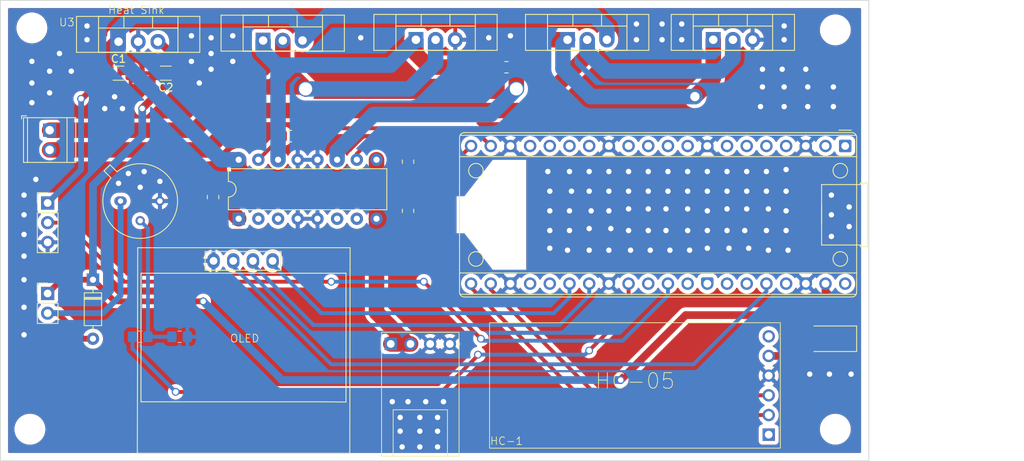
<source format=kicad_pcb>
(kicad_pcb (version 20221018) (generator pcbnew)
  (layers (0 "F.Cu" signal) (31 "B.Cu" signal) (34 "B.Paste" user) (35 "F.Paste" user) (36 "B.SilkS" user "B.Silkscreen") (37 "F.SilkS" user "F.Silkscreen") (38 "B.Mask" user) (39 "F.Mask" user) (44 "Edge.Cuts" user))
  (net 0 "")
  (net 1 "V_USB")
  (net 2 "GND")
  (net 3 "V_REG")
  (net 5 "/BLUE_RX")
  (net 6 "/BLUE_TX")
  (net 7 "/3.3V")
  (net 9 "/HBRG_OUT1")
  (net 10 "/HBRG_OUT2")
  (net 11 "/SDA")
  (net 12 "/HBRG_IN2")
  (net 13 "/HBRG_IN1")
  (net 14 "/FAN")
  (net 15 "Net-(D2-A)")
  (net 16 "/SCL")
  (net 17 "/MD_IN1")
  (net 18 "/MD_IN2")
  (net 19 "/BLOCK_ADC")
  (net 20 "Net-(D1-K)")
  (net 21 "Net-(U1-EN1,2)")
  (net 22 "Net-(U1-3A)")
  (net 23 "Net-(U1-4A)")
  (net 24 "Net-(U1-EN3,4)")
  (net 52 "Net-(Q6-B)")
  (footprint "MountingHole:MountingHole_3mm" (layer "F.Cu") (at 105.664 99.314)
    (fp_text reference "H3" hide)
    (fp_text value "MH3")
    (pad "" np_thru_hole circle (at 0 0) (size 3 3) (drill 3) (layers "*.Cu" "*.Mask"))
  )
  (footprint "Resistor_SMD:R_0805_2012Metric_Pad1.20x1.40mm_HandSolder" (layer "F.Cu") (at 129.286 69.342 -90)
    (fp_text reference "R1" hide)
    (fp_text value "10k")
    (pad "1" smd roundrect (at -1 0 270) (size 1.2 1.4) (layers "F.Cu" "F.Paste" "F.Mask") (roundrect_rratio 0.2083333333) (net 2 "GND"))
    (pad "2" smd roundrect (at 1 0 270) (size 1.2 1.4) (layers "F.Cu" "F.Paste" "F.Mask") (roundrect_rratio 0.2083333333) (net 21 "Net-(U1-EN1,2)"))
  )
  (footprint "Resistor_SMD:R_0805_2012Metric_Pad1.20x1.40mm_HandSolder" (layer "F.Cu") (at 154.432 64.77 90)
    (fp_text reference "R2" hide)
    (fp_text value "10k")
    (pad "1" smd roundrect (at -1 0 90) (size 1.2 1.4) (layers "F.Cu" "F.Paste" "F.Mask") (roundrect_rratio 0.2083333333) (net 18 "/MD_IN2"))
    (pad "2" smd roundrect (at 1 0 90) (size 1.2 1.4) (layers "F.Cu" "F.Paste" "F.Mask") (roundrect_rratio 0.2083333333) (net 22 "Net-(U1-3A)"))
  )
  (footprint "Package_TO_SOT_THT:TO-39-3" (layer "F.Cu") (at 117.348 69.85)
    (fp_text reference "Q6" hide)
    (fp_text value "BC547")
    (pad "1" thru_hole oval (at 0 0) (size 1.6 1.2) (drill 0.7) (layers "*.Cu" "*.Mask") (net 15 "Net-(D2-A)"))
    (pad "2" thru_hole oval (at 2.54 2.54) (size 1.2 1.2) (drill 0.7) (layers "*.Cu" "*.Mask") (net 52 "Net-(Q6-B)"))
    (pad "3" thru_hole oval (at 5.08 0) (size 1.2 1.2) (drill 0.7) (layers "*.Cu" "*.Mask") (net 2 "GND"))
  )
  (footprint "Package_DIP:DIP-16_W7.62mm" (layer "F.Cu") (at 132.588 72.136 90)
    (fp_text reference "U1" hide)
    (fp_text value "L293D")
    (pad "1" thru_hole rect (at 0 0 90) (size 1.6 1.6) (drill 0.8) (layers "*.Cu" "*.Mask") (net 21 "Net-(U1-EN1,2)"))
    (pad "2" thru_hole oval (at 0 2.54 90) (size 1.6 1.6) (drill 0.8) (layers "*.Cu" "*.Mask"))
    (pad "3" thru_hole oval (at 0 5.08 90) (size 1.6 1.6) (drill 0.8) (layers "*.Cu" "*.Mask"))
    (pad "4" thru_hole oval (at 0 7.62 90) (size 1.6 1.6) (drill 0.8) (layers "*.Cu" "*.Mask") (net 2 "GND"))
    (pad "5" thru_hole oval (at 0 10.16 90) (size 1.6 1.6) (drill 0.8) (layers "*.Cu" "*.Mask") (net 2 "GND"))
    (pad "6" thru_hole oval (at 0 12.7 90) (size 1.6 1.6) (drill 0.8) (layers "*.Cu" "*.Mask"))
    (pad "7" thru_hole oval (at 0 15.24 90) (size 1.6 1.6) (drill 0.8) (layers "*.Cu" "*.Mask"))
    (pad "8" thru_hole oval (at 0 17.78 90) (size 1.6 1.6) (drill 0.8) (layers "*.Cu" "*.Mask") (net 1 "V_USB"))
    (pad "9" thru_hole oval (at 7.62 17.78 90) (size 1.6 1.6) (drill 0.8) (layers "*.Cu" "*.Mask") (net 24 "Net-(U1-EN3,4)"))
    (pad "10" thru_hole oval (at 7.62 15.24 90) (size 1.6 1.6) (drill 0.8) (layers "*.Cu" "*.Mask") (net 22 "Net-(U1-3A)"))
    (pad "11" thru_hole oval (at 7.62 12.7 90) (size 1.6 1.6) (drill 0.8) (layers "*.Cu" "*.Mask") (net 12 "/HBRG_IN2"))
    (pad "12" thru_hole oval (at 7.62 10.16 90) (size 1.6 1.6) (drill 0.8) (layers "*.Cu" "*.Mask") (net 2 "GND"))
    (pad "13" thru_hole oval (at 7.62 7.62 90) (size 1.6 1.6) (drill 0.8) (layers "*.Cu" "*.Mask") (net 2 "GND"))
    (pad "14" thru_hole oval (at 7.62 5.08 90) (size 1.6 1.6) (drill 0.8) (layers "*.Cu" "*.Mask") (net 13 "/HBRG_IN1"))
    (pad "15" thru_hole oval (at 7.62 2.54 90) (size 1.6 1.6) (drill 0.8) (layers "*.Cu" "*.Mask") (net 23 "Net-(U1-4A)"))
    (pad "16" thru_hole oval (at 7.62 0 90) (size 1.6 1.6) (drill 0.8) (layers "*.Cu" "*.Mask") (net 1 "V_USB"))
  )
  (footprint "Custom_footprints:TO-223-HEAT-SINK-SPACE" (layer "F.Cu") (at 188.132 50.522)
    (fp_text reference "Q4" hide)
    (fp_text value "IRF540N" hide)
    (pad "1" thru_hole rect (at 5.67 -1.5) (size 1.905 2) (drill 1.1) (layers "*.Cu" "*.Mask") (net 12 "/HBRG_IN2"))
    (pad "2" thru_hole oval (at 8.21 -1.5) (size 1.905 2) (drill 1.1) (layers "*.Cu" "*.Mask") (net 10 "/HBRG_OUT2"))
    (pad "3" thru_hole oval (at 10.75 -1.5) (size 1.905 2) (drill 1.1) (layers "*.Cu" "*.Mask") (net 2 "GND"))
  )
  (footprint "MountingHole:MountingHole_3mm" (layer "F.Cu") (at 105.918 47.498)
    (fp_text reference "H4" hide)
    (fp_text value "MH4" hide)
    (pad "" np_thru_hole circle (at 0 0) (size 3 3) (drill 3) (layers "*.Cu" "*.Mask"))
  )
  (footprint "Diode_SMD:D_SMA" (layer "F.Cu") (at 208.788 87.63 180)
    (fp_text reference "D1" hide)
    (fp_text value "B160-E3")
    (pad "1" smd roundrect (at -2 0 180) (size 2.5 1.8) (layers "F.Cu" "F.Paste" "F.Mask") (roundrect_rratio 0.1388888889) (net 20 "Net-(D1-K)"))
    (pad "2" smd roundrect (at 2 0 180) (size 2.5 1.8) (layers "F.Cu" "F.Paste" "F.Mask") (roundrect_rratio 0.1388888889) (net 3 "V_REG"))
  )
  (footprint "Diode_THT:D_DO-35_SOD27_P7.62mm_Horizontal" (layer "F.Cu") (at 113.792 80.01 -90)
    (fp_text reference "D2" hide)
    (fp_text value "1N4148")
    (pad "1" thru_hole rect (at 0 0 270) (size 1.6 1.6) (drill 0.8) (layers "*.Cu" "*.Mask") (net 3 "V_REG"))
    (pad "2" thru_hole oval (at 7.62 0 270) (size 1.6 1.6) (drill 0.8) (layers "*.Cu" "*.Mask") (net 15 "Net-(D2-A)"))
  )
  (footprint "Resistor_SMD:R_0805_2012Metric_Pad1.20x1.40mm_HandSolder" (layer "F.Cu") (at 139.208 61.468 180)
    (fp_text reference "R3" hide)
    (fp_text value "10k")
    (pad "1" smd roundrect (at -1 0 180) (size 1.2 1.4) (layers "F.Cu" "F.Paste" "F.Mask") (roundrect_rratio 0.2083333333) (net 17 "/MD_IN1"))
    (pad "2" smd roundrect (at 1 0 180) (size 1.2 1.4) (layers "F.Cu" "F.Paste" "F.Mask") (roundrect_rratio 0.2083333333) (net 23 "Net-(U1-4A)"))
  )
  (footprint "Capacitor_SMD:C_1206_3216Metric_Pad1.33x1.80mm_HandSolder" (layer "F.Cu") (at 117.094 53.34)
    (fp_text reference "C1" (at 0 -1.85) (layer "F.SilkS"))
    (fp_text value "0.33uF")
    (pad "1" smd roundrect (at -1.5625 0) (size 1.325 1.8) (layers "F.Cu" "F.Paste" "F.Mask") (roundrect_rratio 0.188679) (net 1 "V_USB"))
    (pad "2" smd roundrect (at 1.5625 0) (size 1.325 1.8) (layers "F.Cu" "F.Paste" "F.Mask") (roundrect_rratio 0.188679) (net 2 "GND"))
  )
  (footprint "Custom_footprints:TO-223-HEAT-SINK-SPACE" (layer "F.Cu") (at 111.424 50.776)
    (fp_text reference "U3" (at -1 -4 unlocked) (layer "F.SilkS") (effects (font (thickness 0.1))))
    (fp_text value "L7805")
    (fp_text user "Heat Sink" (at 4.25 -5 unlocked) (layer "F.SilkS") (effects (font (thickness 0.1)) (justify left bottom)))
    (pad "1" thru_hole rect (at 5.67 -1.5) (size 1.905 2) (drill 1.1) (layers "*.Cu" "*.Mask") (net 1 "V_USB"))
    (pad "2" thru_hole oval (at 8.21 -1.5) (size 1.905 2) (drill 1.1) (layers "*.Cu" "*.Mask") (net 2 "GND"))
    (pad "3" thru_hole oval (at 10.75 -1.5) (size 1.905 2) (drill 1.1) (layers "*.Cu" "*.Mask") (net 3 "V_REG"))
  )
  (footprint "MountingHole:MountingHole_3mm" (layer "F.Cu") (at 209.55 47.752)
    (fp_text reference "H1" hide)
    (fp_text value "MH1")
    (pad "" np_thru_hole circle (at 0 0) (size 3 3) (drill 3) (layers "*.Cu" "*.Mask"))
  )
  (footprint "Capacitor_SMD:C_1206_3216Metric_Pad1.33x1.80mm_HandSolder" (layer "F.Cu") (at 123.19 53.34 180)
    (fp_text reference "C2" (at 0 -1.85) (layer "F.SilkS"))
    (fp_text value "0.1uF")
    (pad "1" smd roundrect (at -1.5625 0 180) (size 1.325 1.8) (layers "F.Cu" "F.Paste" "F.Mask") (roundrect_rratio 0.188679) (net 3 "V_REG"))
    (pad "2" smd roundrect (at 1.5625 0 180) (size 1.325 1.8) (layers "F.Cu" "F.Paste" "F.Mask") (roundrect_rratio 0.188679) (net 2 "GND"))
  )
  (footprint "Custom_footprints:SSD1306_I2C" (layer "F.Cu") (at 119.416 102.179)
    (fp_text reference "U4" hide)
    (fp_text value "~" hide)
    (fp_text user "OLED" (at 12 -14 unlocked) (layer "F.SilkS") (effects (font (thickness 0.1)) (justify left bottom)))
    (pad "1" thru_hole oval (at 9.93 -24.6 90) (size 2 1.6) (drill 1) (layers "*.Cu" "*.Mask") (net 2 "GND"))
    (pad "2" thru_hole oval (at 12.47 -24.6 90) (size 2 1.6) (drill 1) (layers "*.Cu" "*.Mask") (net 7 "/3.3V"))
    (pad "3" thru_hole oval (at 15.01 -24.6 90) (size 2 1.6) (drill 1) (layers "*.Cu" "*.Mask") (net 16 "/SCL"))
    (pad "4" thru_hole oval (at 17.55 -24.6 90) (size 2 1.6) (drill 1) (layers "*.Cu" "*.Mask") (net 11 "/SDA"))
  )
  (footprint "TerminalBlock_TE-Connectivity:TerminalBlock_TE_282834-2_1x02_P2.54mm_Horizontal" (layer "F.Cu") (at 108.204 60.706 -90)
    (fp_text reference "J1" hide)
    (fp_text value "PELTIER")
    (pad "1" thru_hole rect (at 0 0 270) (size 1.7 1.7) (drill 1.1) (layers "*.Cu" "*.Mask") (net 9 "/HBRG_OUT1"))
    (pad "2" thru_hole circle (at 2.54 0 270) (size 1.7 1.7) (drill 1.1) (layers "*.Cu" "*.Mask") (net 10 "/HBRG_OUT2"))
  )
  (footprint "Connector_PinHeader_2.54mm:PinHeader_1x03_P2.54mm_Vertical" (layer "F.Cu") (at 107.95 70.104)
    (fp_text reference "J2" hide)
    (fp_text value "BLOCK")
    (pad "1" thru_hole rect (at 0 0) (size 1.7 1.7) (drill 1) (layers "*.Cu" "*.Mask") (net 1 "V_USB"))
    (pad "2" thru_hole oval (at 0 2.54) (size 1.7 1.7) (drill 1) (layers "*.Cu" "*.Mask") (net 19 "/BLOCK_ADC"))
    (pad "3" thru_hole oval (at 0 5.08) (size 1.7 1.7) (drill 1) (layers "*.Cu" "*.Mask") (net 2 "GND"))
  )
  (footprint "MountingHole:MountingHole_3mm" (layer "F.Cu") (at 209.55 99.314)
    (fp_text reference "H2" hide)
    (fp_text value "MH2")
    (pad "" np_thru_hole circle (at 0 0) (size 3 3) (drill 3) (layers "*.Cu" "*.Mask"))
  )
  (footprint "Custom_footprints:USB_PD" (layer "F.Cu") (at 151.0185 86.8045 -90)
    (fp_text reference "J3" hide)
    (fp_text value "USB_PD")
    (pad "1" thru_hole rect (at 1.5 -1.19 270) (size 1.6 1.6) (drill 1) (layers "*.Cu" "*.Mask") (net 1 "V_USB"))
    (pad "2" thru_hole circle (at 1.5 -3.73 270) (size 1.6 1.6) (drill 1) (layers "*.Cu" "*.Mask") (net 1 "V_USB"))
    (pad "3" thru_hole circle (at 1.5 -6.27 270) (size 1.6 1.6) (drill 1) (layers "*.Cu" "*.Mask") (net 2 "GND"))
    (pad "4" thru_hole circle (at 1.5 -8.81 270) (size 1.6 1.6) (drill 1) (layers "*.Cu" "*.Mask") (net 2 "GND"))
  )
  (footprint "Custom_footprints:TO-223-HEAT-SINK-SPACE" (layer "F.Cu") (at 130.0715 50.6235)
    (fp_text reference "Q1" hide)
    (fp_text value "IRF9540N")
    (pad "1" thru_hole rect (at 5.67 -1.5) (size 1.905 2) (drill 1.1) (layers "*.Cu" "*.Mask") (net 13 "/HBRG_IN1"))
    (pad "2" thru_hole oval (at 8.21 -1.5) (size 1.905 2) (drill 1.1) (layers "*.Cu" "*.Mask") (net 9 "/HBRG_OUT1"))
    (pad "3" thru_hole oval (at 10.75 -1.5) (size 1.905 2) (drill 1.1) (layers "*.Cu" "*.Mask") (net 1 "V_USB"))
  )
  (footprint "Connector_PinHeader_2.54mm:PinHeader_1x02_P2.54mm_Vertical" (layer "F.Cu") (at 107.95 81.788)
    (fp_text reference "J4" hide)
    (fp_text value "FAN")
    (pad "1" thru_hole rect (at 0 0) (size 1.7 1.7) (drill 1) (layers "*.Cu" "*.Mask") (net 3 "V_REG"))
    (pad "2" thru_hole oval (at 0 2.54) (size 1.7 1.7) (drill 1) (layers "*.Cu" "*.Mask") (net 15 "Net-(D2-A)"))
  )
  (footprint "Custom_footprints:HC-05" (layer "F.Cu") (at 164.9545 101.7635)
    (fp_text reference "HC-1" (at 2.1775 -0.9255 unlocked) (layer "F.SilkS") (effects (font (thickness 0.1))))
    (fp_text value "~")
    (fp_text user "HC-05" (at 13.5 -7.5 unlocked) (layer "F.SilkS") (effects (font (size 2 2) (thickness 0.1)) (justify left bottom)))
    (pad "1" thru_hole rect (at 36 -1.75) (size 1.6 1.6) (drill 1) (layers "*.Cu" "*.Mask"))
    (pad "2" thru_hole circle (at 36 -4.28) (size 1.6 1.6) (drill 1) (layers "*.Cu" "*.Mask") (net 5 "/BLUE_RX"))
    (pad "3" thru_hole circle (at 36 -6.83) (size 1.6 1.6) (drill 1) (layers "*.Cu" "*.Mask") (net 6 "/BLUE_TX"))
    (pad "4" thru_hole circle (at 36 -9.37) (size 1.6 1.6) (drill 1) (layers "*.Cu" "*.Mask") (net 2 "GND"))
    (pad "5" thru_hole circle (at 36 -11.91) (size 1.6 1.6) (drill 1) (layers "*.Cu" "*.Mask") (net 3 "V_REG"))
    (pad "6" thru_hole circle (at 36 -14.45) (size 1.6 1.6) (drill 1) (layers "*.Cu" "*.Mask"))
  )
  (footprint "Resistor_SMD:R_0805_2012Metric_Pad1.20x1.40mm_HandSolder" (layer "F.Cu") (at 154.432 71.12 90)
    (fp_text reference "R4" hide)
    (fp_text value "10k")
    (pad "1" smd roundrect (at -1 0 90) (size 1.2 1.4) (layers "F.Cu" "F.Paste" "F.Mask") (roundrect_rratio 0.2083333333) (net 1 "V_USB"))
    (pad "2" smd roundrect (at 1 0 90) (size 1.2 1.4) (layers "F.Cu" "F.Paste" "F.Mask") (roundrect_rratio 0.2083333333) (net 24 "Net-(U1-EN3,4)"))
  )
  (footprint "Custom_footprints:TO-223-HEAT-SINK-SPACE" (layer "F.Cu") (at 169.336 50.522)
    (fp_text reference "Q3" hide)
    (fp_text value "IRF9540N")
    (pad "1" thru_hole rect (at 5.67 -1.5) (size 1.905 2) (drill 1.1) (layers "*.Cu" "*.Mask") (net 12 "/HBRG_IN2"))
    (pad "2" thru_hole oval (at 8.21 -1.5) (size 1.905 2) (drill 1.1) (layers "*.Cu" "*.Mask") (net 10 "/HBRG_OUT2"))
    (pad "3" thru_hole oval (at 10.75 -1.5) (size 1.905 2) (drill 1.1) (layers "*.Cu" "*.Mask") (net 1 "V_USB"))
  )
  (footprint "Custom_footprints:TO-223-HEAT-SINK-SPACE" (layer "F.Cu") (at 149.778 50.522)
    (fp_text reference "Q2" hide)
    (fp_text value "IRF540N")
    (pad "1" thru_hole rect (at 5.67 -1.5) (size 1.905 2) (drill 1.1) (layers "*.Cu" "*.Mask") (net 13 "/HBRG_IN1"))
    (pad "2" thru_hole oval (at 8.21 -1.5) (size 1.905 2) (drill 1.1) (layers "*.Cu" "*.Mask") (net 9 "/HBRG_OUT1"))
    (pad "3" thru_hole oval (at 10.75 -1.5) (size 1.905 2) (drill 1.1) (layers "*.Cu" "*.Mask") (net 2 "GND"))
  )
  (footprint "Module_RaspberryPi_Pico:RaspberryPi_Pico_Common_THT" (layer "F.Cu") (at 186.69 71.628 -90)
    (fp_text reference "U2" hide)
    (fp_text value "RaspberryPi_Pico")
    (pad "1" thru_hole roundrect (at -8.89 -24.13 270) (size 1.6 1.6) (drill 1) (layers "*.Mask" "F.Cu" "In1.Cu" "B.Cu") (roundrect_rratio 0.125))
    (pad "2" thru_hole circle (at -8.89 -21.59 270) (size 1.6 1.6) (drill 1) (layers "*.Mask" "F.Cu" "In1.Cu" "B.Cu"))
    (pad "3" thru_hole custom (at -8.89 -19.05 270) (size 1.6 1.6) (drill 1) (layers "*.Mask" "F.Cu" "In1.Cu" "B.Cu") (net 2 "GND") (options (clearance outline) (anchor circle)) (primitives (gr_poly (pts (xy 0.8 0.6) (xy 0.8 -0.6) (xy 0.6 -0.8) (xy 0 -0.8) (xy 0 0.8) (xy 0.6 0.8)) (width 0) (fill yes)) (gr_circle (center 0.6 0.6) (end 0.8 0.6) (width 0) (fill yes)) (gr_circle (center 0.6 -0.6) (end 0.8 -0.6) (width 0) (fill yes))))
    (pad "4" thru_hole circle (at -8.89 -16.51 270) (size 1.6 1.6) (drill 1) (layers "*.Mask" "F.Cu" "In1.Cu" "B.Cu"))
    (pad "5" thru_hole circle (at -8.89 -13.97 270) (size 1.6 1.6) (drill 1) (layers "*.Mask" "F.Cu" "In1.Cu" "B.Cu"))
    (pad "6" thru_hole circle (at -8.89 -11.43 270) (size 1.6 1.6) (drill 1) (layers "*.Mask" "F.Cu" "In1.Cu" "B.Cu"))
    (pad "7" thru_hole circle (at -8.89 -8.89 270) (size 1.6 1.6) (drill 1) (layers "*.Mask" "F.Cu" "In1.Cu" "B.Cu"))
    (pad "8" thru_hole custom (at -8.89 -6.35 270) (size 1.6 1.6) (drill 1) (layers "*.Mask" "F.Cu" "In1.Cu" "B.Cu") (net 2 "GND") (options (clearance outline) (anchor circle)) (primitives (gr_poly (pts (xy 0.8 0.6) (xy 0.8 -0.6) (xy 0.6 -0.8) (xy 0 -0.8) (xy 0 0.8) (xy 0.6 0.8)) (width 0) (fill yes)) (gr_circle (center 0.6 0.6) (end 0.8 0.6) (width 0) (fill yes)) (gr_circle (center 0.6 -0.6) (end 0.8 -0.6) (width 0) (fill yes))))
    (pad "9" thru_hole circle (at -8.89 -3.81 270) (size 1.6 1.6) (drill 1) (layers "*.Mask" "F.Cu" "In1.Cu" "B.Cu"))
    (pad "10" thru_hole circle (at -8.89 -1.27 270) (size 1.6 1.6) (drill 1) (layers "*.Mask" "F.Cu" "In1.Cu" "B.Cu"))
    (pad "11" thru_hole circle (at -8.89 1.27 270) (size 1.6 1.6) (drill 1) (layers "*.Mask" "F.Cu" "In1.Cu" "B.Cu"))
    (pad "12" thru_hole circle (at -8.89 3.81 270) (size 1.6 1.6) (drill 1) (layers "*.Mask" "F.Cu" "In1.Cu" "B.Cu"))
    (pad "13" thru_hole custom (at -8.89 6.35 270) (size 1.6 1.6) (drill 1) (layers "*.Mask" "F.Cu" "In1.Cu" "B.Cu") (net 2 "GND") (options (clearance outline) (anchor circle)) (primitives (gr_poly (pts (xy 0.8 0.6) (xy 0.8 -0.6) (xy 0.6 -0.8) (xy 0 -0.8) (xy 0 0.8) (xy 0.6 0.8)) (width 0) (fill yes)) (gr_circle (center 0.6 0.6) (end 0.8 0.6) (width 0) (fill yes)) (gr_circle (center 0.6 -0.6) (end 0.8 -0.6) (width 0) (fill yes))))
    (pad "14" thru_hole circle (at -8.89 8.89 270) (size 1.6 1.6) (drill 1) (layers "*.Mask" "F.Cu" "In1.Cu" "B.Cu"))
    (pad "15" thru_hole circle (at -8.89 11.43 270) (size 1.6 1.6) (drill 1) (layers "*.Mask" "F.Cu" "In1.Cu" "B.Cu"))
    (pad "16" thru_hole circle (at -8.89 13.97 270) (size 1.6 1.6) (drill 1) (layers "*.Mask" "F.Cu" "In1.Cu" "B.Cu"))
    (pad "17" thru_hole circle (at -8.89 16.51 270) (size 1.6 1.6) (drill 1) (layers "*.Mask" "F.Cu" "In1.Cu" "B.Cu"))
    (pad "18" thru_hole custom (at -8.89 19.05 270) (size 1.6 1.6) (drill 1) (layers "*.Mask" "F.Cu" "In1.Cu" "B.Cu") (net 2 "GND") (options (clearance outline) (anchor circle)) (primitives (gr_poly (pts (xy 0.8 0.6) (xy 0.8 -0.6) (xy 0.6 -0.8) (xy 0 -0.8) (xy 0 0.8) (xy 0.6 0.8)) (width 0) (fill yes)) (gr_circle (center 0.6 0.6) (end 0.8 0.6) (width 0) (fill yes)) (gr_circle (center 0.6 -0.6) (end 0.8 -0.6) (width 0) (fill yes))))
    (pad "19" thru_hole circle (at -8.89 21.59 270) (size 1.6 1.6) (drill 1) (layers "*.Mask" "F.Cu" "In1.Cu" "B.Cu") (net 17 "/MD_IN1"))
    (pad "20" thru_hole circle (at -8.89 24.13 270) (size 1.6 1.6) (drill 1) (layers "*.Mask" "F.Cu" "In1.Cu" "B.Cu") (net 18 "/MD_IN2"))
    (pad "21" thru_hole circle (at 8.89 24.13 270) (size 1.6 1.6) (drill 1) (layers "*.Mask" "F.Cu" "In1.Cu" "B.Cu") (net 5 "/BLUE_RX"))
    (pad "22" thru_hole circle (at 8.89 21.59 270) (size 1.6 1.6) (drill 1) (layers "*.Mask" "F.Cu" "In1.Cu" "B.Cu") (net 6 "/BLUE_TX"))
    (pad "23" thru_hole custom (at 8.89 19.05 270) (size 1.6 1.6) (drill 1) (layers "*.Mask" "F.Cu" "In1.Cu" "B.Cu") (net 2 "GND") (options (clearance outline) (anchor circle)) (primitives (gr_poly (pts (xy -0.8 0.6) (xy -0.8 -0.6) (xy -0.6 -0.8) (xy 0 -0.8) (xy 0 0.8) (xy -0.6 0.8)) (width 0) (fill yes)) (gr_circle (center -0.6 0.6) (end -0.4 0.6) (width 0) (fill yes)) (gr_circle (center -0.6 -0.6) (end -0.4 -0.6) (width 0) (fill yes))))
    (pad "24" thru_hole circle (at 8.89 16.51 270) (size 1.6 1.6) (drill 1) (layers "*.Mask" "F.Cu" "In1.Cu" "B.Cu"))
    (pad "25" thru_hole circle (at 8.89 13.97 270) (size 1.6 1.6) (drill 1) (layers "*.Mask" "F.Cu" "In1.Cu" "B.Cu"))
    (pad "26" thru_hole circle (at 8.89 11.43 270) (size 1.6 1.6) (drill 1) (layers "*.Mask" "F.Cu" "In1.Cu" "B.Cu") (net 11 "/SDA"))
    (pad "27" thru_hole circle (at 8.89 8.89 270) (size 1.6 1.6) (drill 1) (layers "*.Mask" "F.Cu" "In1.Cu" "B.Cu") (net 16 "/SCL"))
    (pad "28" thru_hole custom (at 8.89 6.35 270) (size 1.6 1.6) (drill 1) (layers "*.Mask" "F.Cu" "In1.Cu" "B.Cu") (net 2 "GND") (options (clearance outline) (anchor circle)) (primitives (gr_poly (pts (xy -0.8 0.6) (xy -0.8 -0.6) (xy -0.6 -0.8) (xy 0 -0.8) (xy 0 0.8) (xy -0.6 0.8)) (width 0) (fill yes)) (gr_circle (center -0.6 0.6) (end -0.4 0.6) (width 0) (fill yes)) (gr_circle (center -0.6 -0.6) (end -0.4 -0.6) (width 0) (fill yes))))
    (pad "29" thru_hole circle (at 8.89 3.81 270) (size 1.6 1.6) (drill 1) (layers "*.Mask" "F.Cu" "In1.Cu" "B.Cu") (net 14 "/FAN"))
    (pad "30" thru_hole circle (at 8.89 1.27 270) (size 1.6 1.6) (drill 1) (layers "*.Mask" "F.Cu" "In1.Cu" "B.Cu"))
    (pad "31" thru_hole circle (at 8.89 -1.27 270) (size 1.6 1.6) (drill 1) (layers "*.Mask" "F.Cu" "In1.Cu" "B.Cu") (net 19 "/BLOCK_ADC"))
    (pad "32" thru_hole circle (at 8.89 -3.81 270) (size 1.6 1.6) (drill 1) (layers "*.Mask" "F.Cu" "In1.Cu" "B.Cu"))
    (pad "33" thru_hole custom (at 8.89 -6.35 270) (size 1.6 1.6) (drill 1) (layers "*.Mask" "F.Cu" "In1.Cu" "B.Cu") (options (clearance outline) (anchor circle)) (primitives (gr_poly (pts (xy -0.8 0.6) (xy -0.8 -0.6) (xy -0.6 -0.8) (xy 0 -0.8) (xy 0 0.8) (xy -0.6 0.8)) (width 0) (fill yes)) (gr_circle (center -0.6 0.6) (end -0.4 0.6) (width 0) (fill yes)) (gr_circle (center -0.6 -0.6) (end -0.4 -0.6) (width 0) (fill yes))))
    (pad "34" thru_hole circle (at 8.89 -8.89 270) (size 1.6 1.6) (drill 1) (layers "*.Mask" "F.Cu" "In1.Cu" "B.Cu"))
    (pad "35" thru_hole circle (at 8.89 -11.43 270) (size 1.6 1.6) (drill 1) (layers "*.Mask" "F.Cu" "In1.Cu" "B.Cu"))
    (pad "36" thru_hole circle (at 8.89 -13.97 270) (size 1.6 1.6) (drill 1) (layers "*.Mask" "F.Cu" "In1.Cu" "B.Cu") (net 7 "/3.3V"))
    (pad "37" thru_hole circle (at 8.89 -16.51 270) (size 1.6 1.6) (drill 1) (layers "*.Mask" "F.Cu" "In1.Cu" "B.Cu"))
    (pad "38" thru_hole custom (at 8.89 -19.05 270) (size 1.6 1.6) (drill 1) (layers "*.Mask" "F.Cu" "In1.Cu" "B.Cu") (net 2 "GND") (options (clearance outline) (anchor circle)) (primitives (gr_poly (pts (xy -0.8 0.6) (xy -0.8 -0.6) (xy -0.6 -0.8) (xy 0 -0.8) (xy 0 0.8) (xy -0.6 0.8)) (width 0) (fill yes)) (gr_circle (center -0.6 0.6) (end -0.4 0.6) (width 0) (fill yes)) (gr_circle (center -0.6 -0.6) (end -0.4 -0.6) (width 0) (fill yes))))
    (pad "39" thru_hole circle (at 8.89 -21.59 270) (size 1.6 1.6) (drill 1) (layers "*.Mask" "F.Cu" "In1.Cu" "B.Cu") (net 20 "Net-(D1-K)"))
    (pad "40" thru_hole circle (at 8.89 -24.13 270) (size 1.6 1.6) (drill 1) (layers "*.Mask" "F.Cu" "In1.Cu" "B.Cu"))
    (zone (net 0) (net_name "") (layers "*.Cu" "*.Paste") (name "Antenna Copper Keep Out") (connect_pads (clearance 0)) (min_thickness 0.254)
      (keepout (tracks not_allowed) (vias not_allowed) (pads not_allowed) (copperpour not_allowed) (footprints allowed))
      (fill (thermal_gap 0.508) (thermal_bridge_width 0.508))
      (polygon (pts (xy 161.700105 69.228) (xy 165.350105 64.528) (xy 169.69 64.528) (xy 169.69 78.728) (xy 165.350105 78.728) (xy 161.700105 74.028) (xy 160.69 74.028) (xy 160.69 69.228)))
    )
  )
  (footprint "Resistor_SMD:R_0805_2012Metric_Pad1.20x1.40mm_HandSolder" (layer "F.Cu") (at 167.132 52.578)
    (fp_text reference "R5" hide)
    (fp_text value "10k")
    (pad "1" smd roundrect (at -1 0) (size 1.2 1.4) (layers "F.Cu" "F.Paste" "F.Mask") (roundrect_rratio 0.2083333333) (net 13 "/HBRG_IN1"))
    (pad "2" smd roundrect (at 1 0) (size 1.2 1.4) (layers "F.Cu" "F.Paste" "F.Mask") (roundrect_rratio 0.2083333333) (net 12 "/HBRG_IN2"))
  )
  (footprint "Resistor_SMD:R_0805_2012Metric_Pad1.20x1.40mm_HandSolder" (layer "B.Cu") (at 119.888 87.376)
    (fp_text reference "R6" hide)
    (fp_text value "R")
    (pad "1" smd roundrect (at -1 0) (size 1.2 1.4) (layers "B.Cu" "B.Paste" "B.Mask") (roundrect_rratio 0.2083333333) (net 14 "/FAN"))
    (pad "2" smd roundrect (at 1 0) (size 1.2 1.4) (layers "B.Cu" "B.Paste" "B.Mask") (roundrect_rratio 0.2083333333) (net 52 "Net-(Q6-B)"))
  )
  (footprint "Resistor_SMD:R_0805_2012Metric_Pad1.20x1.40mm_HandSolder" (layer "B.Cu") (at 124.968 87.376 180)
    (fp_text reference "R7" hide)
    (fp_text value "R")
    (pad "1" smd roundrect (at -1 0 180) (size 1.2 1.4) (layers "B.Cu" "B.Paste" "B.Mask") (roundrect_rratio 0.2083333333) (net 2 "GND"))
    (pad "2" smd roundrect (at 1 0 180) (size 1.2 1.4) (layers "B.Cu" "B.Paste" "B.Mask") (roundrect_rratio 0.2083333333) (net 52 "Net-(Q6-B)"))
  )
  (gr_rect (start 101.854 43.942) (end 213.868 103.378) (stroke (width 0.1)) (fill none) (layer "Edge.Cuts"))
  (segment (start 147.68937 68.326) (end 135.26663 68.326) (width 2) (layer "F.Cu") (net 1))
  (segment (start 154.7485 88.3045) (end 152.2085 88.3045) (width 2) (layer "F.Cu") (net 1))
  (segment (start 150.452 74.168) (end 152.146 72.474) (width 2) (layer "F.Cu") (net 1))
  (segment (start 150.368 84.253) (end 150.368 74.168) (width 2) (layer "F.Cu") (net 1))
  (segment (start 152.146 72.474) (end 151.83737 72.474) (width 2) (layer "F.Cu") (net 1))
  (segment (start 152.146 72.474) (end 154.432 72.474) (width 2) (layer "F.Cu") (net 1))
  (segment (start 135.26663 68.326) (end 132.588 65.64737) (width 2) (layer "F.Cu") (net 1))
  (segment (start 150.368 74.168) (end 150.452 74.168) (width 2) (layer "F.Cu") (net 1))
  (segment (start 132.588 65.64737) (end 132.588 64.516) (width 2) (layer "F.Cu") (net 1))
  (segment (start 150.706 72.474) (end 152.146 72.474) (width 2) (layer "F.Cu") (net 1))
  (segment (start 150.368 72.136) (end 150.368 71.00463) (width 2) (layer "F.Cu") (net 1))
  (segment (start 154.7485 88.3045) (end 154.4195 88.3045) (width 2) (layer "F.Cu") (net 1))
  (segment (start 117.012 49.252) (end 115.4495 50.8145) (width 2) (layer "F.Cu") (net 1))
  (segment (start 150.368 74.168) (end 150.368 72.136) (width 2) (layer "F.Cu") (net 1))
  (segment (start 115.4495 50.8145) (end 115.4495 53.57) (width 2) (layer "F.Cu") (net 1))
  (segment (start 150.368 72.136) (end 150.706 72.474) (width 2) (layer "F.Cu") (net 1))
  (segment (start 154.4195 88.3045) (end 150.368 84.253) (width 2) (layer "F.Cu") (net 1))
  (segment (start 151.83737 72.474) (end 150.368 71.00463) (width 2) (layer "F.Cu") (net 1))
  (segment (start 112.3775 56.642) (end 115.4495 53.57) (width 0.75) (layer "F.Cu") (net 1))
  (segment (start 112.268 56.642) (end 112.3775 56.642) (width 0.75) (layer "F.Cu") (net 1))
  (segment (start 150.368 71.00463) (end 147.68937 68.326) (width 2) (layer "F.Cu") (net 1))
  (via (at 112.268 56.642) (size 1) (drill 0.7) (layers "F.Cu" "B.Cu") (net 1))
  (segment (start 117.012 51.226) (end 117.012 49.252) (width 2) (layer "B.Cu") (net 1))
  (segment (start 140.126 46.712) (end 140.8215 47.4075) (width 2) (layer "B.Cu") (net 1))
  (segment (start 180.086 47.556) (end 178.472 45.942) (width 2) (layer "B.Cu") (net 1))
  (segment (start 140.8215 49.1235) (end 140.8215 48.5565) (width 1) (layer "B.Cu") (net 1))
  (segment (start 132.588 64.516) (end 130.302 64.516) (width 2) (layer "B.Cu") (net 1))
  (segment (start 112.268 65.786) (end 107.95 70.104) (width 0.75) (layer "B.Cu") (net 1))
  (segment (start 144.003 45.942) (end 142.5975 47.3475) (width 2) (layer "B.Cu") (net 1))
  (segment (start 140.126 46.712) (end 140.1555 46.7415) (width 2) (layer "B.Cu") (net 1))
  (segment (start 117.012 47.875071) (end 118.937071 45.95) (width 2) (layer "B.Cu") (net 1))
  (segment (start 130.302 64.516) (end 117.012 51.226) (width 2) (layer "B.Cu") (net 1))
  (segment (start 142.5975 47.3475) (end 140.8215 49.1235) (width 2) (layer "B.Cu") (net 1))
  (segment (start 117.012 49.252) (end 117.012 47.875071) (width 2) (layer "B.Cu") (net 1))
  (segment (start 112.268 56.642) (end 112.268 65.786) (width 0.75) (layer "B.Cu") (net 1))
  (segment (start 140.8215 47.4075) (end 142.5375 47.4075) (width 2) (layer "B.Cu") (net 1))
  (segment (start 178.472 45.942) (end 144.003 45.942) (width 2) (layer "B.Cu") (net 1))
  (segment (start 139.364 45.95) (end 140.126 46.712) (width 2) (layer "B.Cu") (net 1))
  (segment (start 180.086 49.022) (end 180.086 47.556) (width 2) (layer "B.Cu") (net 1))
  (segment (start 142.5375 47.4075) (end 142.5975 47.3475) (width 2) (layer "B.Cu") (net 1))
  (segment (start 118.937071 45.95) (end 139.364 45.95) (width 2) (layer "B.Cu") (net 1))
  (segment (start 140.8215 47.4075) (end 140.8215 49.1235) (width 2) (layer "B.Cu") (net 1))
  (via (at 159.004 95.758) (size 1) (drill 0.7) (layers "F.Cu" "B.Cu") (net 2))
  (via (at 177.8 76.2) (size 1) (drill 0.7) (layers "F.Cu" "B.Cu") (net 2))
  (via (at 175.26 66.04) (size 1) (drill 0.7) (layers "F.Cu" "B.Cu") (net 2))
  (via (at 187.198 46.99) (size 1) (drill 0.7) (layers "F.Cu" "B.Cu") (net 2))
  (via (at 177.8 73.406) (size 1) (drill 0.7) (layers "F.Cu" "B.Cu") (net 2))
  (via (at 180.34 76.2) (size 1) (drill 0.7) (layers "F.Cu" "B.Cu") (net 2))
  (via (at 172.72 68.58) (size 1) (drill 0.7) (layers "F.Cu" "B.Cu") (net 2))
  (via (at 205.994 55.118) (size 1) (drill 0.7) (layers "F.Cu" "B.Cu") (net 2))
  (via (at 190.754 76.2) (size 1) (drill 0.7) (layers "F.Cu" "B.Cu") (net 2))
  (via (at 104.902 69.088) (size 1) (drill 0.7) (layers "F.Cu" "B.Cu") (net 2))
  (via (at 115.316 57.912) (size 1) (drill 0.7) (layers "F.Cu" "B.Cu") (net 2))
  (via (at 131.826 51.816) (size 1) (drill 0.7) (layers "F.Cu" "B.Cu") (net 2))
  (via (at 209.042 74.422) (size 1) (drill 0.7) (layers "F.Cu" "B.Cu") (net 2))
  (via (at 187.198 49.022) (size 1) (drill 0.7) (layers "F.Cu" "B.Cu") (net 2))
  (via (at 104.902 80.01) (size 1) (drill 0.7) (layers "F.Cu" "B.Cu") (net 2))
  (via (at 200.152 55.118) (size 1) (drill 0.7) (layers "F.Cu" "B.Cu") (net 2))
  (via (at 158.242 99.568) (size 1) (drill 0.7) (layers "F.Cu" "B.Cu") (net 2))
  (via (at 153.416 97.79) (size 1) (drill 0.7) (layers "F.Cu" "B.Cu") (net 2))
  (via (at 129.032 48.768) (size 1) (drill 0.7) (layers "F.Cu" "B.Cu") (net 2))
  (via (at 154.432 95.758) (size 1) (drill 0.7) (layers "F.Cu" "B.Cu") (net 2))
  (via (at 105.918 51.816) (size 1) (drill 0.7) (layers "F.Cu" "B.Cu") (net 2))
  (via (at 183.896 46.99) (size 1) (drill 0.7) (layers "F.Cu" "B.Cu") (net 2))
  (via (at 190.5 66.04) (size 1) (drill 0.7) (layers "F.Cu" "B.Cu") (net 2))
  (via (at 175.26 73.66) (size 1) (drill 0.7) (layers "F.Cu" "B.Cu") (net 2))
  (via (at 209.042 69.088) (size 1) (drill 0.7) (layers "F.Cu" "B.Cu") (net 2))
  (via (at 185.42 68.58) (size 1) (drill 0.7) (layers "F.Cu" "B.Cu") (net 2))
  (via (at 193.04 75.946) (size 1) (drill 0.7) (layers "F.Cu" "B.Cu") (net 2))
  (via (at 110.998 53.086) (size 1) (drill 0.7) (layers "F.Cu" "B.Cu") (net 2))
  (via (at 206.248 92.202) (size 1) (drill 0.7) (layers "F.Cu" "B.Cu") (net 2))
  (via (at 117.602 57.912) (size 1) (drill 0.7) (layers "F.Cu" "B.Cu") (net 2))
  (via (at 203.2 71.12) (size 1) (drill 0.7) (layers "F.Cu" "B.Cu") (net 2))
  (via (at 158.242 101.6) (size 1) (drill 0.7) (layers "F.Cu" "B.Cu") (net 2))
  (via (at 198.374 75.946) (size 1) (drill 0.7) (layers "F.Cu" "B.Cu") (net 2))
  (via (at 185.42 70.866) (size 1) (drill 0.7) (layers "F.Cu" "B.Cu") (net 2))
  (via (at 199.898 57.658) (size 1) (drill 0.7) (layers "F.Cu" "B.Cu") (net 2))
  (via (at 104.902 83.566) (size 1) (drill 0.7) (layers "F.Cu" "B.Cu") (net 2))
  (via (at 205.994 57.658) (size 1) (drill 0.7) (layers "F.Cu" "B.Cu") (net 2))
  (via (at 211.328 73.152) (size 1) (drill 0.7) (layers "F.Cu" "B.Cu") (net 2))
  (via (at 182.88 66.04) (size 1) (drill 0.7) (layers "F.Cu" "B.Cu") (net 2))
  (via (at 164.846 48.768) (size 1) (drill 0.7) (layers "F.Cu" "B.Cu") (net 2))
  (via (at 190.5 70.866) (size 1) (drill 0.7) (layers "F.Cu" "B.Cu") (net 2))
  (via (at 183.134 76.2) (size 1) (drill 0.7) (layers "F.Cu" "B.Cu") (net 2))
  (via (at 106.426 67.056) (size 1) (drill 0.7) (layers "F.Cu" "B.Cu") (net 2))
  (via (at 197.866 73.66) (size 1) (drill 0.7) (layers "F.Cu" "B.Cu") (net 2))
  (via (at 198.12 70.866) (size 1) (drill 0.7) (layers "F.Cu" "B.Cu") (net 2))
  (via (at 183.896 49.022) (size 1) (drill 0.7) (layers "F.Cu" "B.Cu") (net 2))
  (via (at 185.42 73.66) (size 1) (drill 0.7) (layers "F.Cu" "B.Cu") (net 2))
  (via (at 180.594 73.406) (size 1) (drill 0.7) (layers "F.Cu" "B.Cu") (net 2))
  (via (at 203.2 65.786) (size 1) (drill 0.7) (layers "F.Cu" "B.Cu") (net 2))
  (via (at 129.032 52.832) (size 1) (drill 0.7) (layers "F.Cu" "B.Cu") (net 2))
  (via (at 153.67 101.6) (size 1) (drill 0.7) (layers "F.Cu" "B.Cu") (net 2))
  (via (at 126.492 48.514) (size 1) (drill 0.7) (layers "F.Cu" "B.Cu") (net 2))
  (via (at 202.692 52.832) (size 1) (drill 0.7) (layers "F.Cu" "B.Cu") (net 2))
  (via (at 203.2 68.58) (size 1) (drill 0.7) (layers "F.Cu" "B.Cu") (net 2))
  (via (at 203.454 76.2) (size 1) (drill 0.7) (layers "F.Cu" "B.Cu") (net 2))
  (via (at 109.474 50.8) (size 1) (drill 0.7) (layers "F.Cu" "B.Cu") (net 2))
  (via (at 187.706 73.66) (size 1) (drill 0.7) (layers "F.Cu" "B.Cu") (net 2))
  (via (at 105.918 57.15) (size 1) (drill 0.7) (layers "F.Cu" "B.Cu") (net 2))
  (via (at 193.04 66.04) (size 1) (drill 0.7) (layers "F.Cu" "B.Cu") (net 2))
  (via (at 195.58 70.866) (size 1) (drill 0.7) (layers "F.Cu" "B.Cu") (net 2))
  (via (at 172.72 75.946) (size 1) (drill 0.7) (layers "F.Cu" "B.Cu") (net 2))
  (via (at 129.032 50.8) (size 1) (drill 0.7) (layers "F.Cu" "B.Cu") (net 2))
  (via (at 104.902 71.628) (size 1) (drill 0.7) (layers "F.Cu" "B.Cu") (net 2))
  (via (at 190.5 73.66) (size 1) (drill 0.7) (layers "F.Cu" "B.Cu") (net 2))
  (via (at 193.04 71.12) (size 1) (drill 0.7) (layers "F.Cu" "B.Cu") (net 2))
  (via (at 117.094 67.564) (size 1) (drill 0.7) (layers "F.Cu" "B.Cu") (net 2))
  (via (at 127.508 54.61) (size 1) (drill 0.7) (layers "F.Cu" "B.Cu") (net 2))
  (via (at 189.738 49.022) (size 1) (drill 0.7) (layers "F.Cu" "B.Cu") (net 2))
  (via (at 108.204 55.88) (size 1) (drill 0.7) (layers "F.Cu" "B.Cu") (net 2))
  (via (at 198.12 68.58) (size 1) (drill 0.7) (layers "F.Cu" "B.Cu") (net 2))
  (via (at 182.88 68.58) (size 1) (drill 0.7) (layers "F.Cu" "B.Cu") (net 2))
  (via (at 202.946 47.244) (size 1) (drill 0.7) (layers "F.Cu" "B.Cu") (net 2))
  (via (at 113.03 49.022) (size 1) (drill 0.7) (layers "F.Cu" "B.Cu") (net 2))
  (via (at 187.96 66.04) (size 1) (drill 0.7) (layers "F.Cu" "B.Cu") (net 2))
  (via (at 188.214 76.2) (size 1) (drill 0.7) (layers "F.Cu" "B.Cu") (net 2))
  (via (at 126.492 51.816) (size 1) (drill 0.7) (layers "F.Cu" "B.Cu") (net 2))
  (via (at 211.582 92.202) (size 1) (drill 0.7) (layers "F.Cu" "B.Cu") (net 2))
  (via (at 200.152 52.832) (size 1) (drill 0.7) (layers "F.Cu" "B.Cu") (net 2))
  (via (at 177.8 68.58) (size 1) (drill 0.7) (layers "F.Cu" "B.Cu") (net 2))
  (via (at 116.586 56.388) (size 1) (drill 0.7) (layers "F.Cu" "B.Cu") (net 2))
  (via (at 104.902 87.122) (size 1) (drill 0.7) (layers "F.Cu" "B.Cu") (net 2))
  (via (at 202.946 55.118) (size 1) (drill 0.7) (layers "F.Cu" "B.Cu") (net 2))
  (via (at 190.5 68.58) (size 1) (drill 0.7) (layers "F.Cu" "B.Cu") (net 2))
  (via (at 113.03 47.244) (size 1) (drill 0.7) (layers "F.Cu" "B.Cu") (net 2))
  (via (at 155.956 97.79) (size 1) (drill 0.7) (layers "F.Cu" "B.Cu") (net 2))
  (via (at 172.72 73.66) (size 1) (drill 0.7) (layers "F.Cu" "B.Cu") (net 2))
  (via (at 105.918 54.61) (size 1) (drill 0.7) (layers "F.Cu" "B.Cu") (net 2))
  (via (at 172.466 66.04) (size 1) (drill 0.7) (layers "F.Cu" "B.Cu") (net 2))
  (via (at 118.364 66.294) (size 1) (drill 0.7) (layers "F.Cu" "B.Cu") (net 2))
  (via (at 185.674 76.2) (size 1) (drill 0.7) (layers "F.Cu" "B.Cu") (net 2))
  (via (at 208.788 92.202) (size 1) (drill 0.7) (layers "F.Cu" "B.Cu") (net 2))
  (via (at 182.88 73.66) (size 1) (drill 0.7) (layers "F.Cu" "B.Cu") (net 2))
  (via (at 198.12 66.04) (size 1) (drill 0.7) (layers "F.Cu" "B.Cu") (net 2))
  (via (at 175.006 76.2) (size 1) (drill 0.7) (layers "F.Cu" "B.Cu") (net 2))
  (via (at 195.58 66.04) (size 1) (drill 0.7) (layers "F.Cu" "B.Cu") (net 2))
  (via (at 155.956 101.6) (size 1) (drill 0.7) (layers "F.Cu" "B.Cu") (net 2))
  (via (at 185.42 66.04) (size 1) (drill 0.7) (layers "F.Cu" "B.Cu") (net 2))
  (via (at 205.74 52.832) (size 1) (drill 0.7) (layers "F.Cu" "B.Cu") (net 2))
  (via (at 202.946 49.022) (size 1) (drill 0.7) (layers "F.Cu" "B.Cu") (net 2))
  (via (at 119.888 68.072) (size 1) (drill 0.7) (layers "F.Cu" "B.Cu") (net 2))
  (via (at 209.042 71.628) (size 1) (drill 0.7) (layers "F.Cu" "B.Cu") (net 2))
  (via (at 175.514 68.58) (size 1) (drill 0.7) (layers "F.Cu" "B.Cu") (net 2))
  (via (at 200.914 76.2) (size 1) (drill 0.7) (layers "F.Cu" "B.Cu") (net 2))
  (via (at 195.834 75.946) (size 1) (drill 0.7) (layers "F.Cu" "B.Cu") (net 2))
  (via (at 209.296 55.118) (size 1) (drill 0.7) (layers "F.Cu" "B.Cu") (net 2))
  (via (at 200.66 73.66) (size 1) (drill 0.7) (layers "F.Cu" "B.Cu") (net 2))
  (via (at 175.26 71.12) (size 1) (drill 0.7) (layers "F.Cu" "B.Cu") (net 2))
  (via (at 178.054 71.12) (size 1) (drill 0.7) (layers "F.Cu" "B.Cu") (net 2))
  (via (at 120.396 66.04) (size 1) (drill 0.7) (layers "F.Cu" "B.Cu") (net 2))
  (via (at 182.88 70.866) (size 1) (drill 0.7) (layers "F.Cu" "B.Cu") (net 2))
  (via (at 180.34 68.58) (size 1) (drill 0.7) (layers "F.Cu" "B.Cu") (net 2))
  (via (at 200.66 68.58) (size 1) (drill 0.7) (layers "F.Cu" "B.Cu") (net 2))
  (via (at 189.738 46.99) (size 1) (drill 0.7) (layers "F.Cu" "B.Cu") (net 2))
  (via (at 172.72 71.12) (size 1) (drill 0.7) (layers "F.Cu" "B.Cu") (net 2))
  (via (at 122.428 67.31) (size 1) (drill 0.7) (layers "F.Cu" "B.Cu") (net 2))
  (via (at 177.8 66.04) (size 1) (drill 0.7) (layers "F.Cu" "B.Cu") (net 2))
  (via (at 187.96 68.58) (size 1) (drill 0.7) (layers "F.Cu" "B.Cu") (net 2))
  (via (at 200.914 70.866) (size 1) (drill 0.7) (layers "F.Cu" "B.Cu") (net 2))
  (via (at 155.956 99.568) (size 1) (drill 0.7) (layers "F.Cu" "B.Cu") (net 2))
  (via (at 187.706 70.866) (size 1) (drill 0.7) (layers "F.Cu" "B.Cu") (net 2))
  (via (at 104.902 74.168) (size 1) (drill 0.7) (layers "F.Cu" "B.Cu") (net 2))
  (via (at 167.64 48.514) (size 1) (drill 0.7) (layers "F.Cu" "B.Cu") (net 2))
  (via (at 195.58 68.58) (size 1) (drill 0.7) (layers "F.Cu" "B.Cu") (net 2))
  (via (at 193.04 73.66) (size 1) (drill 0.7) (layers "F.Cu" "B.Cu") (net 2))
  (via (at 108.204 53.086) (size 1) (drill 0.7) (layers "F.Cu" "B.Cu") (net 2))
  (via (at 200.66 66.04) (size 1) (drill 0.7) (layers "F.Cu" "B.Cu") (net 2))
  (via (at 180.34 71.12) (size 1) (drill 0.7) (layers "F.Cu" "B.Cu") (net 2))
  (via (at 202.946 57.658) (size 1) (drill 0.7) (layers "F.Cu" "B.Cu") (net 2))
  (via (at 193.04 68.58) (size 1) (drill 0.7) (layers "F.Cu" "B.Cu") (net 2))
  (via (at 131.826 48.514) (size 1) (drill 0.7) (layers "F.Cu" "B.Cu") (net 2))
  (via (at 158.242 97.79) (size 1) (drill 0.7) (layers "F.Cu" "B.Cu") (net 2))
  (via (at 180.34 66.04) (size 1) (drill 0.7) (layers "F.Cu" "B.Cu") (net 2))
  (via (at 209.296 57.658) (size 1) (drill 0.7) (layers "F.Cu" "B.Cu") (net 2))
  (via (at 211.328 70.612) (size 1) (drill 0.7) (layers "F.Cu" "B.Cu") (net 2))
  (via (at 104.902 76.962) (size 1) (drill 0.7) (layers "F.Cu" "B.Cu") (net 2))
  (via (at 148.336 48.768) (size 1) (drill 0.7) (layers "F.Cu" "B.Cu") (net 2))
  (via (at 195.58 73.66) (size 1) (drill 0.7) (layers "F.Cu" "B.Cu") (net 2))
  (via (at 156.718 95.758) (size 1) (drill 0.7) (layers "F.Cu" "B.Cu") (net 2))
  (via (at 153.416 99.568) (size 1) (drill 0.7) (layers "F.Cu" "B.Cu") (net 2))
  (via (at 152.4 95.758) (size 1) (drill 0.7) (layers "F.Cu" "B.Cu") (net 2))
  (via (at 203.2 73.66) (size 1) (drill 0.7) (layers "F.Cu" "B.Cu") (net 2))
  (segment (start 124.6705 51.5765) (end 124.6705 53.824) (width 1) (layer "F.Cu") (net 3))
  (segment (start 200.9545 89.8535) (end 204.5645 89.8535) (width 1) (layer "F.Cu") (net 3))
  (segment (start 203.74 84.582) (end 205.502 86.344) (width 1) (layer "F.Cu") (net 3))
  (segment (start 190.246 84.582) (end 203.74 84.582) (width 1) (layer "F.Cu") (net 3))
  (segment (start 109.728 80.01) (end 113.792 80.01) (width 0.75) (layer "F.Cu") (net 3))
  (segment (start 205.502 86.344) (end 206.788 87.63) (width 1) (layer "F.Cu") (net 3))
  (segment (start 181.864 92.964) (end 190.246 84.582) (width 1) (layer "F.Cu") (net 3))
  (segment (start 122.092 49.252) (end 122.346 49.252) (width 1) (layer "F.Cu") (net 3))
  (segment (start 124.484 53.57) (end 120.152233 57.901767) (width 1) (layer "F.Cu") (net 3))
  (segment (start 116.586 82.804) (end 128.016 82.804) (width 0.75) (layer "F.Cu") (net 3))
  (segment (start 204.5645 89.8535) (end 205.121 89.297) (width 1) (layer "F.Cu") (net 3))
  (segment (start 124.6705 53.57) (end 124.484 53.57) (width 1) (layer "F.Cu") (net 3))
  (segment (start 113.792 80.01) (end 116.586 82.804) (width 0.75) (layer "F.Cu") (net 3))
  (segment (start 205.502 86.344) (end 205.502 88.916) (width 1) (layer "F.Cu") (net 3))
  (segment (start 122.346 49.252) (end 124.6705 51.5765) (width 1) (layer "F.Cu") (net 3))
  (segment (start 205.121 89.297) (end 206.788 87.63) (width 1) (layer "F.Cu") (net 3))
  (segment (start 107.95 81.788) (end 109.728 80.01) (width 0.75) (layer "F.Cu") (net 3))
  (segment (start 205.502 88.916) (end 205.121 89.297) (width 1) (layer "F.Cu") (net 3))
  (via (at 181.864 92.964) (size 1) (drill 0.7) (layers "F.Cu" "B.Cu") (net 3))
  (via (at 120.152233 57.901767) (size 1) (drill 0.7) (layers "F.Cu" "B.Cu") (net 3))
  (via (at 128.016 82.804) (size 1) (drill 0.7) (layers "F.Cu" "B.Cu") (net 3))
  (segment (start 113.792 67.818) (end 113.792 80.01) (width 1) (layer "B.Cu") (net 3))
  (segment (start 120.152233 57.901767) (end 120.152233 61.457767) (width 1) (layer "B.Cu") (net 3))
  (segment (start 120.152233 61.457767) (end 113.792 67.818) (width 1) (layer "B.Cu") (net 3))
  (segment (start 138.176 92.964) (end 181.864 92.964) (width 1) (layer "B.Cu") (net 3))
  (segment (start 128.016 82.804) (end 138.176 92.964) (width 1) (layer "B.Cu") (net 3))
  (segment (start 179.0175 97.4835) (end 200.9545 97.4835) (width 0.5) (layer "F.Cu") (net 5))
  (segment (start 162.56 81.026) (end 179.0175 97.4835) (width 0.5) (layer "F.Cu") (net 5))
  (segment (start 162.56 80.518) (end 162.56 81.026) (width 0.5) (layer "F.Cu") (net 5))
  (segment (start 165.1 80.518) (end 165.1 81.28) (width 0.5) (layer "F.Cu") (net 6))
  (segment (start 178.7535 94.9335) (end 200.9545 94.9335) (width 0.5) (layer "F.Cu") (net 6))
  (segment (start 165.1 81.28) (end 178.7535 94.9335) (width 0.5) (layer "F.Cu") (net 6))
  (segment (start 131.886 78.292) (end 131.886 77.579) (width 0.5) (layer "B.Cu") (net 7))
  (segment (start 191.262 90.932) (end 144.526 90.932) (width 0.5) (layer "B.Cu") (net 7))
  (segment (start 200.66 81.534) (end 191.262 90.932) (width 0.5) (layer "B.Cu") (net 7))
  (segment (start 144.526 90.932) (end 131.886 78.292) (width 0.5) (layer "B.Cu") (net 7))
  (segment (start 200.66 80.518) (end 200.66 81.534) (width 0.5) (layer "B.Cu") (net 7))
  (segment (start 141.224 55.308) (end 141.224 55.372) (width 2) (layer "F.Cu") (net 9))
  (segment (start 136.906 55.118) (end 140.97 55.118) (width 2) (layer "F.Cu") (net 9))
  (segment (start 138.2815 52.3655) (end 141.224 55.308) (width 2) (layer "F.Cu") (net 9))
  (segment (start 140.97 55.118) (end 141.224 55.372) (width 2) (layer "F.Cu") (net 9))
  (segment (start 138.2815 53.7425) (end 136.906 55.118) (width 2) (layer "F.Cu") (net 9))
  (segment (start 126.9167 60.706) (end 132.5047 55.118) (width 2) (layer "F.Cu") (net 9))
  (segment (start 108.204 60.706) (end 126.9167 60.706) (width 2) (layer "F.Cu") (net 9))
  (segment (start 138.2815 49.1235) (end 138.2815 52.3655) (width 2) (layer "F.Cu") (net 9))
  (segment (start 138.2815 52.3655) (end 138.2815 53.7425) (width 2) (layer "F.Cu") (net 9))
  (segment (start 132.5047 55.118) (end 136.906 55.118) (width 2) (layer "F.Cu") (net 9))
  (via (at 141.224 55.372) (size 2) (drill 1.7) (layers "F.Cu" "B.Cu") (net 9))
  (segment (start 154.638 55.372) (end 157.988 52.022) (width 2) (layer "B.Cu") (net 9))
  (segment (start 141.224 55.372) (end 154.638 55.372) (width 2) (layer "B.Cu") (net 9))
  (segment (start 157.988 52.022) (end 157.988 49.022) (width 2) (layer "B.Cu") (net 9))
  (segment (start 170.402 58.166) (end 133.604 58.166) (width 2) (layer "F.Cu") (net 10))
  (segment (start 177.546 49.022) (end 177.546 51.022) (width 2) (layer "F.Cu") (net 10))
  (segment (start 177.546 51.022) (end 170.402 58.166) (width 2) (layer "F.Cu") (net 10))
  (segment (start 128.524 63.246) (end 108.204 63.246) (width 2) (layer "F.Cu") (net 10))
  (segment (start 133.604 58.166) (end 128.524 63.246) (width 2) (layer "F.Cu") (net 10))
  (segment (start 177.546 49.022) (end 177.546 50.604) (width 2) (layer "B.Cu") (net 10))
  (segment (start 180.004 53.062) (end 194.7145 53.062) (width 2) (layer "B.Cu") (net 10))
  (segment (start 194.7145 53.062) (end 196.342 51.4345) (width 2) (layer "B.Cu") (net 10))
  (segment (start 196.342 51.4345) (end 196.342 49.022) (width 2) (layer "B.Cu") (net 10))
  (segment (start 177.546 50.604) (end 180.004 53.062) (width 2) (layer "B.Cu") (net 10))
  (segment (start 143.256 84.328) (end 173.228 84.328) (width 0.5) (layer "B.Cu") (net 11))
  (segment (start 175.26 82.296) (end 175.26 80.518) (width 0.5) (layer "B.Cu") (net 11))
  (segment (start 136.966 77.579) (end 136.966 78.038) (width 0.5) (layer "B.Cu") (net 11))
  (segment (start 173.228 84.328) (end 175.26 82.296) (width 0.5) (layer "B.Cu") (net 11))
  (segment (start 136.966 78.038) (end 143.256 84.328) (width 0.5) (layer "B.Cu") (net 11))
  (segment (start 171.704 49.022) (end 168.402 52.324) (width 2) (layer "F.Cu") (net 12))
  (segment (start 168.402 52.324) (end 168.402 55.372) (width 2) (layer "F.Cu") (net 12))
  (segment (start 193.802 49.022) (end 193.802 53.996) (width 2) (layer "F.Cu") (net 12))
  (segment (start 175.006 49.022) (end 171.704 49.022) (width 2) (layer "F.Cu") (net 12))
  (segment (start 193.802 53.996) (end 191.434 56.364) (width 2) (layer "F.Cu") (net 12))
  (via (at 191.434 56.364) (size 1.5) (drill 1.2) (layers "F.Cu" "B.Cu") (net 12))
  (via (at 168.402 55.372) (size 2) (drill 1.7) (layers "F.Cu" "B.Cu") (net 12))
  (segment (start 178.03 56.364) (end 191.434 56.364) (width 2) (layer "B.Cu") (net 12))
  (segment (start 149.99863 58.674) (end 165.1 58.674) (width 2) (layer "B.Cu") (net 12))
  (segment (start 145.288 64.516) (end 145.288 63.38463) (width 2) (layer "B.Cu") (net 12))
  (segment (start 175.006 49.022) (end 174.416 49.612) (width 2) (layer "B.Cu") (net 12))
  (segment (start 174.416 49.612) (end 174.416 52.75) (width 2) (layer "B.Cu") (net 12))
  (segment (start 165.1 58.674) (end 168.402 55.372) (width 2) (layer "B.Cu") (net 12))
  (segment (start 191.434 56.364) (end 191.18 56.364) (width 2) (layer "B.Cu") (net 12))
  (segment (start 145.288 63.38463) (end 149.99863 58.674) (width 2) (layer "B.Cu") (net 12))
  (segment (start 174.416 52.75) (end 178.03 56.364) (width 2) (layer "B.Cu") (net 12))
  (segment (start 157.168 52.554) (end 165.378 52.554) (width 2) (layer "F.Cu") (net 13))
  (segment (start 155.448 49.022) (end 155.448 50.834) (width 2) (layer "F.Cu") (net 13))
  (segment (start 155.448 50.834) (end 157.168 52.554) (width 2) (layer "F.Cu") (net 13))
  (segment (start 137.668 64.516) (end 137.668 54.102) (width 2) (layer "B.Cu") (net 13))
  (segment (start 135.7415 49.1235) (end 135.7415 50.53143) (width 2) (layer "B.Cu") (net 13))
  (segment (start 139.446 52.3) (end 152.17 52.3) (width 2) (layer "B.Cu") (net 13))
  (segment (start 137.668 54.102) (end 137.668 52.45793) (width 2) (layer "B.Cu") (net 13))
  (segment (start 137.668 52.45793) (end 137.51007 52.3) (width 2) (layer "B.Cu") (net 13))
  (segment (start 135.7415 50.53143) (end 137.51007 52.3) (width 2) (layer "B.Cu") (net 13))
  (segment (start 137.668 54.078) (end 139.446 52.3) (width 2) (layer "B.Cu") (net 13))
  (segment (start 152.17 52.3) (end 155.448 49.022) (width 2) (layer "B.Cu") (net 13))
  (segment (start 137.668 54.102) (end 137.668 54.078) (width 2) (layer "B.Cu") (net 13))
  (segment (start 137.51007 52.3) (end 139.446 52.3) (width 2) (layer "B.Cu") (net 13))
  (segment (start 163.449 89.789) (end 158.73 94.508) (width 0.5) (layer "F.Cu") (net 14))
  (segment (start 182.88 84.074) (end 177.8 89.154) (width 0.5) (layer "F.Cu") (net 14))
  (segment (start 163.449 89.682) (end 163.449 89.789) (width 0.5) (layer "F.Cu") (net 14))
  (segment (start 158.73 94.508) (end 124.734 94.508) (width 0.5) (layer "F.Cu") (net 14))
  (segment (start 182.88 80.518) (end 182.88 84.074) (width 0.5) (layer "F.Cu") (net 14))
  (segment (start 124.734 94.508) (end 124.714 94.488) (width 0.5) (layer "F.Cu") (net 14))
  (via (at 163.449 89.682) (size 1) (drill 0.7) (layers "F.Cu" "B.Cu") (net 14))
  (via (at 177.8 89.154) (size 1) (drill 0.7) (layers "F.Cu" "B.Cu") (net 14))
  (via (at 124.46 94.488) (size 1) (drill 0.7) (layers "F.Cu" "B.Cu") (net 14))
  (segment (start 124.46 94.488) (end 118.888 88.916) (width 0.5) (layer "B.Cu") (net 14))
  (segment (start 177.272 89.682) (end 177.8 89.154) (width 0.5) (layer "B.Cu") (net 14))
  (segment (start 124.714 94.488) (end 124.46 94.488) (width 0.5) (layer "B.Cu") (net 14))
  (segment (start 163.449 89.682) (end 177.272 89.682) (width 0.5) (layer "B.Cu") (net 14))
  (segment (start 118.888 88.916) (end 118.888 87.376) (width 0.5) (layer "B.Cu") (net 14))
  (segment (start 118.888 87.376) (end 118.888 87.392) (width 0.5) (layer "B.Cu") (net 14))
  (segment (start 112.522 87.63) (end 113.792 87.63) (width 0.75) (layer "F.Cu") (net 15))
  (segment (start 107.95 84.328) (end 109.22 84.328) (width 0.75) (layer "F.Cu") (net 15))
  (segment (start 109.22 84.328) (end 112.522 87.63) (width 0.75) (layer "F.Cu") (net 15))
  (segment (start 107.95 84.328) (end 115.062 84.328) (width 0.75) (layer "B.Cu") (net 15))
  (segment (start 115.062 84.328) (end 117.348 82.042) (width 0.75) (layer "B.Cu") (net 15))
  (segment (start 117.348 82.042) (end 117.348 69.85) (width 0.75) (layer "B.Cu") (net 15))
  (segment (start 177.8 82.042) (end 173.99 85.852) (width 0.5) (layer "B.Cu") (net 16))
  (segment (start 142.24 85.852) (end 134.426 78.038) (width 0.5) (layer "B.Cu") (net 16))
  (segment (start 134.426 78.038) (end 134.426 77.579) (width 0.5) (layer "B.Cu") (net 16))
  (segment (start 177.8 80.518) (end 177.8 82.042) (width 0.5) (layer "B.Cu") (net 16))
  (segment (start 173.99 85.852) (end 142.24 85.852) (width 0.5) (layer "B.Cu") (net 16))
  (segment (start 141.478 60.452) (end 162.814 60.452) (width 0.5) (layer "F.Cu") (net 17))
  (segment (start 140.208 61.722) (end 141.478 60.452) (width 0.5) (layer "F.Cu") (net 17))
  (segment (start 162.814 60.452) (end 165.1 62.738) (width 0.5) (layer "F.Cu") (net 17))
  (segment (start 159.528 65.77) (end 162.56 62.738) (width 0.5) (layer "F.Cu") (net 18))
  (segment (start 154.432 65.77) (end 159.528 65.77) (width 0.5) (layer "F.Cu") (net 18))
  (segment (start 110.236 72.644) (end 107.95 72.644) (width 0.5) (layer "F.Cu") (net 19))
  (segment (start 163.83 87.63) (end 163.957 87.757) (width 0.5) (layer "F.Cu") (net 19))
  (segment (start 156.464 80.264) (end 163.83 87.63) (width 0.5) (layer "F.Cu") (net 19))
  (segment (start 117.856 80.264) (end 110.236 72.644) (width 0.5) (layer "F.Cu") (net 19))
  (segment (start 144.526 80.264) (end 117.856 80.264) (width 0.5) (layer "F.Cu") (net 19))
  (via (at 163.83 87.63) (size 1) (drill 0.7) (layers "F.Cu" "B.Cu") (net 19))
  (via (at 156.464 80.264) (size 1) (drill 0.7) (layers "F.Cu" "B.Cu") (net 19))
  (via (at 144.526 80.264) (size 1) (drill 0.7) (layers "F.Cu" "B.Cu") (net 19))
  (segment (start 163.957 87.757) (end 164.084 87.884) (width 0.5) (layer "B.Cu") (net 19))
  (segment (start 187.96 82.042) (end 187.96 80.518) (width 0.5) (layer "B.Cu") (net 19))
  (segment (start 156.464 80.264) (end 144.526 80.264) (width 0.5) (layer "B.Cu") (net 19))
  (segment (start 182.118 87.884) (end 187.96 82.042) (width 0.5) (layer "B.Cu") (net 19))
  (segment (start 164.084 87.884) (end 182.118 87.884) (width 0.5) (layer "B.Cu") (net 19))
  (segment (start 210.788 84.042) (end 210.788 87.63) (width 1) (layer "F.Cu") (net 20))
  (segment (start 208.28 81.534) (end 210.788 84.042) (width 1) (layer "F.Cu") (net 20))
  (segment (start 210.82 87.598) (end 210.788 87.63) (width 0.5) (layer "F.Cu") (net 20))
  (segment (start 208.28 80.518) (end 208.28 81.534) (width 1) (layer "F.Cu") (net 20))
  (segment (start 132.588 72.136) (end 131.164 70.712) (width 2) (layer "F.Cu") (net 21))
  (segment (start 131.164 70.712) (end 129.286 70.712) (width 2) (layer "F.Cu") (net 21))
  (segment (start 147.828 63.754) (end 149.098 62.484) (width 0.5) (layer "F.Cu") (net 22))
  (segment (start 147.828 64.516) (end 147.828 63.754) (width 0.5) (layer "F.Cu") (net 22))
  (segment (start 149.098 62.484) (end 153.146 62.484) (width 0.5) (layer "F.Cu") (net 22))
  (segment (start 153.146 62.484) (end 154.432 63.77) (width 0.5) (layer "F.Cu") (net 22))
  (segment (start 135.128 64.516) (end 137.668 61.976) (width 0.5) (layer "F.Cu") (net 23))
  (segment (start 137.668 61.976) (end 138.208 61.976) (width 0.5) (layer "F.Cu") (net 23))
  (segment (start 150.368 65.91) (end 154.432 69.974) (width 2) (layer "F.Cu") (net 24))
  (segment (start 150.368 64.516) (end 150.368 65.91) (width 2) (layer "F.Cu") (net 24))
  (segment (start 120.888 87.376) (end 121.412 87.376) (width 0.5) (layer "B.Cu") (net 52))
  (segment (start 120.888 86.36) (end 120.888 86.852) (width 0.5) (layer "B.Cu") (net 52))
  (segment (start 120.888 86.852) (end 121.412 87.376) (width 0.5) (layer "B.Cu") (net 52))
  (segment (start 121.412 87.376) (end 123.968 87.376) (width 0.5) (layer "B.Cu") (net 52))
  (segment (start 119.888 72.39) (end 120.888 73.39) (width 0.5) (layer "B.Cu") (net 52))
  (segment (start 120.888 73.39) (end 120.888 86.36) (width 0.5) (layer "B.Cu") (net 52))
  (segment (start 120.888 86.36) (end 120.888 87.376) (width 0.5) (layer "B.Cu") (net 52))
  (zone (net 2) (net_name "GND") (layers "F&B.Cu") (connect_pads (clearance 0.5)) (min_thickness 0.25) (fill yes (thermal_gap 0.5) (thermal_bridge_width 0.5))
    (polygon (pts (xy 102.362 44.196) (xy 213.36 44.45) (xy 213.36 102.87) (xy 102.362 102.616)))
  )
)
</source>
